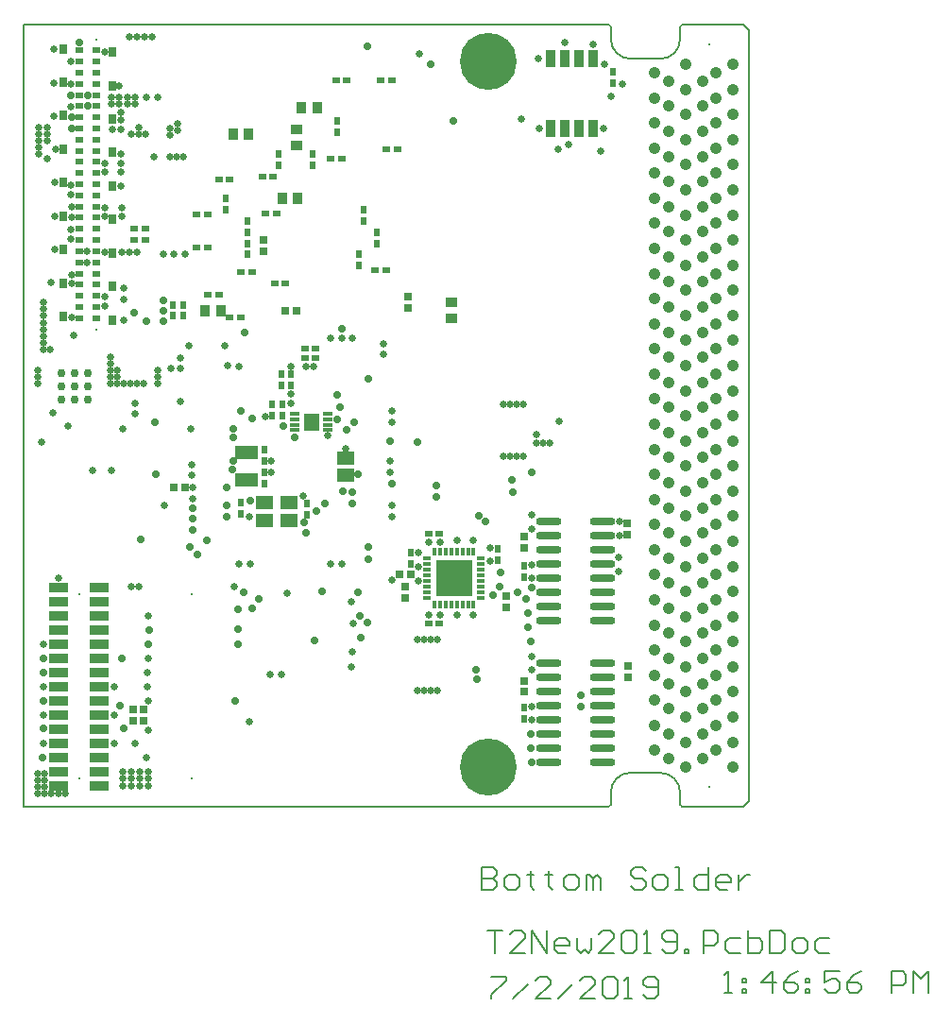
<source format=gbs>
G04*
G04 #@! TF.GenerationSoftware,Altium Limited,Altium Designer,18.1.11 (251)*
G04*
G04 Layer_Color=16711935*
%FSLAX44Y44*%
%MOMM*%
G71*
G01*
G75*
%ADD15C,0.1270*%
%ADD16C,0.1524*%
%ADD47R,0.7016X0.7016*%
%ADD48R,0.9016X1.6016*%
%ADD49O,2.3016X0.7016*%
%ADD50R,0.7016X0.7016*%
%ADD51R,0.7016X0.6016*%
%ADD56R,0.6016X0.7016*%
%ADD57R,0.9016X1.0016*%
%ADD66R,1.5016X1.2016*%
%ADD75C,0.2286*%
%ADD76C,0.3016*%
%ADD77C,1.0516*%
%ADD78C,5.1016*%
%ADD79C,0.6604*%
%ADD80C,0.7016*%
%ADD195R,0.3516X0.7016*%
%ADD196R,0.7016X0.3516*%
%ADD197R,3.2016X3.2016*%
%ADD198R,1.7780X0.8382*%
%ADD199R,0.8016X0.6016*%
%ADD200R,0.7516X0.9016*%
%ADD201R,1.5016X1.3016*%
%ADD202R,2.0016X1.2016*%
%ADD203R,1.0016X0.9016*%
%ADD204R,0.8516X0.4016*%
%ADD205R,1.4616X1.5616*%
%ADD206C,0.7616*%
D15*
X200000Y200000D02*
X724500D01*
D16*
X611000Y145994D02*
Y126000D01*
X620997D01*
X624329Y129332D01*
Y132664D01*
X620997Y135997D01*
X611000D01*
X620997D01*
X624329Y139329D01*
Y142661D01*
X620997Y145994D01*
X611000D01*
X634326Y126000D02*
X640990D01*
X644323Y129332D01*
Y135997D01*
X640990Y139329D01*
X634326D01*
X630994Y135997D01*
Y129332D01*
X634326Y126000D01*
X654319Y142661D02*
Y139329D01*
X650987D01*
X657652D01*
X654319D01*
Y129332D01*
X657652Y126000D01*
X670981Y142661D02*
Y139329D01*
X667648D01*
X674313D01*
X670981D01*
Y129332D01*
X674313Y126000D01*
X687642D02*
X694306D01*
X697639Y129332D01*
Y135997D01*
X694306Y139329D01*
X687642D01*
X684310Y135997D01*
Y129332D01*
X687642Y126000D01*
X704303D02*
Y139329D01*
X707635D01*
X710968Y135997D01*
Y126000D01*
Y135997D01*
X714300Y139329D01*
X717632Y135997D01*
Y126000D01*
X757619Y142661D02*
X754287Y145994D01*
X747623D01*
X744290Y142661D01*
Y139329D01*
X747623Y135997D01*
X754287D01*
X757619Y132664D01*
Y129332D01*
X754287Y126000D01*
X747623D01*
X744290Y129332D01*
X767616Y126000D02*
X774281D01*
X777613Y129332D01*
Y135997D01*
X774281Y139329D01*
X767616D01*
X764284Y135997D01*
Y129332D01*
X767616Y126000D01*
X784277D02*
X790942D01*
X787610D01*
Y145994D01*
X784277D01*
X814268D02*
Y126000D01*
X804271D01*
X800939Y129332D01*
Y135997D01*
X804271Y139329D01*
X814268D01*
X830929Y126000D02*
X824265D01*
X820932Y129332D01*
Y135997D01*
X824265Y139329D01*
X830929D01*
X834261Y135997D01*
Y132664D01*
X820932D01*
X840926Y139329D02*
Y126000D01*
Y132664D01*
X844258Y135997D01*
X847590Y139329D01*
X850923D01*
X790500Y901000D02*
G03*
X788500Y899000I0J-2000D01*
G01*
X726500D02*
G03*
X724500Y901000I-2000J0D01*
G01*
X726500Y888000D02*
G03*
X744000Y870500I17500J0D01*
G01*
X771000D02*
G03*
X788500Y888000I0J17500D01*
G01*
Y213000D02*
G03*
X771000Y230500I-17500J0D01*
G01*
X744000D02*
G03*
X726500Y213000I0J-17500D01*
G01*
X724500Y200000D02*
G03*
X726500Y202000I0J2000D01*
G01*
X788500D02*
G03*
X790500Y200000I2000J0D01*
G01*
X200000Y901000D02*
X724500D01*
X790500D02*
X845000D01*
X726500Y888000D02*
Y899000D01*
X788500Y888000D02*
Y899000D01*
X744000Y870500D02*
X771000D01*
X744000Y230500D02*
X771000D01*
X788500Y202000D02*
Y213000D01*
X726500Y202000D02*
Y213000D01*
X845000Y901000D02*
X850000Y896000D01*
Y205000D02*
Y896000D01*
X845000Y200000D02*
X850000Y205000D01*
X790500Y200000D02*
X845000D01*
X200000D02*
Y901000D01*
X616000Y88994D02*
X629329D01*
X622664D01*
Y69000D01*
X649323D02*
X635994D01*
X649323Y82329D01*
Y85661D01*
X645990Y88994D01*
X639326D01*
X635994Y85661D01*
X655987Y69000D02*
Y88994D01*
X669316Y69000D01*
Y88994D01*
X685977Y69000D02*
X679313D01*
X675981Y72332D01*
Y78997D01*
X679313Y82329D01*
X685977D01*
X689310Y78997D01*
Y75665D01*
X675981D01*
X695974Y82329D02*
Y72332D01*
X699306Y69000D01*
X702639Y72332D01*
X705971Y69000D01*
X709303Y72332D01*
Y82329D01*
X729297Y69000D02*
X715968D01*
X729297Y82329D01*
Y85661D01*
X725965Y88994D01*
X719300D01*
X715968Y85661D01*
X735961D02*
X739294Y88994D01*
X745958D01*
X749290Y85661D01*
Y72332D01*
X745958Y69000D01*
X739294D01*
X735961Y72332D01*
Y85661D01*
X755955Y69000D02*
X762619D01*
X759287D01*
Y88994D01*
X755955Y85661D01*
X772616Y72332D02*
X775948Y69000D01*
X782613D01*
X785945Y72332D01*
Y85661D01*
X782613Y88994D01*
X775948D01*
X772616Y85661D01*
Y82329D01*
X775948Y78997D01*
X785945D01*
X792610Y69000D02*
Y72332D01*
X795942D01*
Y69000D01*
X792610D01*
X809271D02*
Y88994D01*
X819268D01*
X822600Y85661D01*
Y78997D01*
X819268Y75665D01*
X809271D01*
X842594Y82329D02*
X832597D01*
X829265Y78997D01*
Y72332D01*
X832597Y69000D01*
X842594D01*
X849258Y88994D02*
Y69000D01*
X859255D01*
X862587Y72332D01*
Y75665D01*
Y78997D01*
X859255Y82329D01*
X849258D01*
X869252Y88994D02*
Y69000D01*
X879249D01*
X882581Y72332D01*
Y85661D01*
X879249Y88994D01*
X869252D01*
X892578Y69000D02*
X899242D01*
X902574Y72332D01*
Y78997D01*
X899242Y82329D01*
X892578D01*
X889245Y78997D01*
Y72332D01*
X892578Y69000D01*
X922568Y82329D02*
X912571D01*
X909239Y78997D01*
Y72332D01*
X912571Y69000D01*
X922568D01*
X619000Y47994D02*
X632329D01*
Y44661D01*
X619000Y31332D01*
Y28000D01*
X638994D02*
X652323Y41329D01*
X672316Y28000D02*
X658987D01*
X672316Y41329D01*
Y44661D01*
X668984Y47994D01*
X662319D01*
X658987Y44661D01*
X678981Y28000D02*
X692310Y41329D01*
X712303Y28000D02*
X698974D01*
X712303Y41329D01*
Y44661D01*
X708971Y47994D01*
X702307D01*
X698974Y44661D01*
X718968D02*
X722300Y47994D01*
X728965D01*
X732297Y44661D01*
Y31332D01*
X728965Y28000D01*
X722300D01*
X718968Y31332D01*
Y44661D01*
X738961Y28000D02*
X745626D01*
X742294D01*
Y47994D01*
X738961Y44661D01*
X755623Y31332D02*
X758955Y28000D01*
X765619D01*
X768952Y31332D01*
Y44661D01*
X765619Y47994D01*
X758955D01*
X755623Y44661D01*
Y41329D01*
X758955Y37997D01*
X768952D01*
X828000Y33000D02*
X834665D01*
X831332D01*
Y52994D01*
X828000Y49661D01*
X844661Y46329D02*
X847993D01*
Y42997D01*
X844661D01*
Y46329D01*
Y36332D02*
X847993D01*
Y33000D01*
X844661D01*
Y36332D01*
X871319Y33000D02*
Y52994D01*
X861323Y42997D01*
X874652D01*
X894645Y52994D02*
X887981Y49661D01*
X881316Y42997D01*
Y36332D01*
X884648Y33000D01*
X891313D01*
X894645Y36332D01*
Y39664D01*
X891313Y42997D01*
X881316D01*
X901310Y46329D02*
X904642D01*
Y42997D01*
X901310D01*
Y46329D01*
Y36332D02*
X904642D01*
Y33000D01*
X901310D01*
Y36332D01*
X931300Y52994D02*
X917971D01*
Y42997D01*
X924635Y46329D01*
X927968D01*
X931300Y42997D01*
Y36332D01*
X927968Y33000D01*
X921303D01*
X917971Y36332D01*
X951294Y52994D02*
X944629Y49661D01*
X937964Y42997D01*
Y36332D01*
X941297Y33000D01*
X947961D01*
X951294Y36332D01*
Y39664D01*
X947961Y42997D01*
X937964D01*
X977952Y33000D02*
Y52994D01*
X987948D01*
X991281Y49661D01*
Y42997D01*
X987948Y39664D01*
X977952D01*
X997945Y33000D02*
Y52994D01*
X1004610Y46329D01*
X1011274Y52994D01*
Y33000D01*
D47*
X445000Y645000D02*
D03*
X435000D02*
D03*
X308000Y287000D02*
D03*
X298000D02*
D03*
X308000Y277000D02*
D03*
X298000D02*
D03*
X345000Y486000D02*
D03*
X335000D02*
D03*
X537000Y408000D02*
D03*
X547000D02*
D03*
D48*
X672338Y870966D02*
D03*
X685038D02*
D03*
X697738D02*
D03*
X710438D02*
D03*
X672338Y807966D02*
D03*
X685038D02*
D03*
X697738D02*
D03*
X710438D02*
D03*
D49*
X719000Y455450D02*
D03*
Y442750D02*
D03*
Y430050D02*
D03*
Y417350D02*
D03*
Y404650D02*
D03*
Y391950D02*
D03*
Y379250D02*
D03*
Y366550D02*
D03*
X671000Y455450D02*
D03*
Y442750D02*
D03*
Y430050D02*
D03*
Y417350D02*
D03*
Y404650D02*
D03*
Y391950D02*
D03*
Y379250D02*
D03*
Y366550D02*
D03*
X719000Y328450D02*
D03*
Y315750D02*
D03*
Y303050D02*
D03*
Y290350D02*
D03*
Y277650D02*
D03*
Y264950D02*
D03*
Y252250D02*
D03*
Y239550D02*
D03*
X671000Y328450D02*
D03*
Y315750D02*
D03*
Y303050D02*
D03*
Y290350D02*
D03*
Y277650D02*
D03*
Y264950D02*
D03*
Y252250D02*
D03*
Y239550D02*
D03*
D50*
X633000Y389000D02*
D03*
Y379000D02*
D03*
X542000Y397000D02*
D03*
Y387000D02*
D03*
X415000Y698000D02*
D03*
Y708000D02*
D03*
X741000Y454000D02*
D03*
Y444000D02*
D03*
X649000Y303000D02*
D03*
Y313000D02*
D03*
Y442000D02*
D03*
Y432000D02*
D03*
X742000Y316000D02*
D03*
Y326000D02*
D03*
X545000Y657000D02*
D03*
Y647000D02*
D03*
D51*
X475000Y781000D02*
D03*
X485000D02*
D03*
X452000Y611000D02*
D03*
X462000D02*
D03*
X452000Y602000D02*
D03*
X462000D02*
D03*
X309000Y708000D02*
D03*
X299000D02*
D03*
X309000Y718000D02*
D03*
X299000D02*
D03*
X385000Y762000D02*
D03*
X375000D02*
D03*
X365000Y731000D02*
D03*
X355000D02*
D03*
X355000Y701000D02*
D03*
X365000D02*
D03*
X405000Y679000D02*
D03*
X395000D02*
D03*
X365000Y659000D02*
D03*
X375000D02*
D03*
X525000Y789000D02*
D03*
X535000D02*
D03*
X435000Y669000D02*
D03*
X425000D02*
D03*
X385000Y639000D02*
D03*
X395000D02*
D03*
X515000Y681000D02*
D03*
X525000D02*
D03*
X414000Y765000D02*
D03*
X424000D02*
D03*
X573000Y445000D02*
D03*
X563000D02*
D03*
X573000Y364000D02*
D03*
X563000D02*
D03*
X427000Y732000D02*
D03*
X417000D02*
D03*
X480000Y851000D02*
D03*
X490000D02*
D03*
X520000D02*
D03*
X530000D02*
D03*
D56*
X728472Y848440D02*
D03*
Y858440D02*
D03*
X432000Y561000D02*
D03*
Y551000D02*
D03*
X423000Y561000D02*
D03*
Y551000D02*
D03*
X416000Y500000D02*
D03*
Y490000D02*
D03*
X416000Y510000D02*
D03*
Y520000D02*
D03*
X431000Y578000D02*
D03*
Y588000D02*
D03*
X440000Y578000D02*
D03*
Y588000D02*
D03*
X453898Y472106D02*
D03*
Y462106D02*
D03*
X394970Y462360D02*
D03*
Y472360D02*
D03*
X334000Y650000D02*
D03*
Y640000D02*
D03*
X343000Y650000D02*
D03*
Y640000D02*
D03*
X649000Y279000D02*
D03*
Y289000D02*
D03*
Y406000D02*
D03*
Y416000D02*
D03*
X381000Y735000D02*
D03*
Y745000D02*
D03*
X401000Y705000D02*
D03*
Y695000D02*
D03*
X401000Y715000D02*
D03*
Y725000D02*
D03*
X429000Y785000D02*
D03*
Y775000D02*
D03*
X501000Y695000D02*
D03*
Y685000D02*
D03*
X459000Y785000D02*
D03*
Y775000D02*
D03*
X517000Y715000D02*
D03*
Y705000D02*
D03*
X505000Y725000D02*
D03*
Y735000D02*
D03*
X481000Y815000D02*
D03*
Y805000D02*
D03*
X547000Y418000D02*
D03*
Y428000D02*
D03*
X625000Y421000D02*
D03*
Y431000D02*
D03*
D57*
X432000Y745000D02*
D03*
X446000D02*
D03*
X402000Y803000D02*
D03*
X388000D02*
D03*
X463000Y827000D02*
D03*
X449000D02*
D03*
X377000Y645000D02*
D03*
X363000D02*
D03*
D66*
X489000Y512500D02*
D03*
Y497500D02*
D03*
D75*
X350680Y390350D02*
D03*
Y225350D02*
D03*
X249680Y390450D02*
D03*
Y225350D02*
D03*
D76*
X265000Y628000D02*
D03*
Y888000D02*
D03*
X814500Y883500D02*
D03*
Y217500D02*
D03*
D77*
X836000Y865500D02*
D03*
X821000Y858000D02*
D03*
X808500Y850500D02*
D03*
X836000Y843000D02*
D03*
X821000Y835500D02*
D03*
X808500Y828000D02*
D03*
X836000Y820500D02*
D03*
X821000Y813000D02*
D03*
X808500Y805500D02*
D03*
X836000Y798000D02*
D03*
X821000Y790500D02*
D03*
X808500Y783000D02*
D03*
X836000Y775500D02*
D03*
X821000Y768000D02*
D03*
X808500Y760500D02*
D03*
X836000Y753000D02*
D03*
X821000Y745500D02*
D03*
X808500Y738000D02*
D03*
X836000Y730500D02*
D03*
X821000Y723000D02*
D03*
X808500Y715500D02*
D03*
X836000Y708000D02*
D03*
X821000Y700500D02*
D03*
X808500Y693000D02*
D03*
X836000Y685500D02*
D03*
X821000Y678000D02*
D03*
X808500Y670500D02*
D03*
X836000Y663000D02*
D03*
X821000Y655500D02*
D03*
X808500Y648000D02*
D03*
X836000Y640500D02*
D03*
X821000Y633000D02*
D03*
X808500Y625500D02*
D03*
X836000Y618000D02*
D03*
X821000Y610500D02*
D03*
X808500Y603000D02*
D03*
X836000Y595500D02*
D03*
X821000Y588000D02*
D03*
X808500Y580500D02*
D03*
X836000Y573000D02*
D03*
X821000Y565500D02*
D03*
X808500Y558000D02*
D03*
X836000Y550500D02*
D03*
X821000Y543000D02*
D03*
X808500Y535500D02*
D03*
X836000Y528000D02*
D03*
X821000Y520500D02*
D03*
X808500Y513000D02*
D03*
X836000Y505500D02*
D03*
X821000Y498000D02*
D03*
X808500Y490500D02*
D03*
X836000Y483000D02*
D03*
X821000Y475500D02*
D03*
X808500Y468000D02*
D03*
X836000Y460500D02*
D03*
X821000Y453000D02*
D03*
X808500Y445500D02*
D03*
X836000Y438000D02*
D03*
X821000Y430500D02*
D03*
X808500Y423000D02*
D03*
X836000Y415500D02*
D03*
X821000Y408000D02*
D03*
X808500Y400500D02*
D03*
X836000Y393000D02*
D03*
X821000Y385500D02*
D03*
X808500Y378000D02*
D03*
X836000Y370500D02*
D03*
X821000Y363000D02*
D03*
X808500Y355500D02*
D03*
X836000Y348000D02*
D03*
X821000Y340500D02*
D03*
X808500Y333000D02*
D03*
X836000Y325500D02*
D03*
X821000Y318000D02*
D03*
X808500Y310500D02*
D03*
X836000Y303000D02*
D03*
X821000Y295500D02*
D03*
X808500Y288000D02*
D03*
X836000Y280500D02*
D03*
X821000Y273000D02*
D03*
X808500Y265500D02*
D03*
X836000Y258000D02*
D03*
X821000Y250500D02*
D03*
X808500Y243000D02*
D03*
X836000Y235500D02*
D03*
X793500D02*
D03*
X778500Y243000D02*
D03*
X766000Y250500D02*
D03*
X793500Y258000D02*
D03*
X778500Y265500D02*
D03*
X766000Y273000D02*
D03*
X793500Y280500D02*
D03*
X778500Y288000D02*
D03*
X766000Y295500D02*
D03*
X793500Y303000D02*
D03*
X778500Y310500D02*
D03*
X766000Y318000D02*
D03*
X793500Y325500D02*
D03*
X778500Y333000D02*
D03*
X766000Y340500D02*
D03*
X793500Y348000D02*
D03*
X778500Y355500D02*
D03*
X766000Y363000D02*
D03*
X793500Y370500D02*
D03*
X778500Y378000D02*
D03*
X766000Y385500D02*
D03*
X793500Y393000D02*
D03*
X778500Y400500D02*
D03*
X766000Y408000D02*
D03*
X793500Y415500D02*
D03*
X778500Y423000D02*
D03*
X766000Y430500D02*
D03*
X793500Y438000D02*
D03*
X778500Y445500D02*
D03*
X766000Y453000D02*
D03*
X793500Y460500D02*
D03*
X778500Y468000D02*
D03*
X766000Y475500D02*
D03*
X793500Y483000D02*
D03*
X778500Y490500D02*
D03*
X766000Y498000D02*
D03*
X793500Y505500D02*
D03*
X778500Y513000D02*
D03*
X766000Y520500D02*
D03*
X793500Y528000D02*
D03*
X778500Y535500D02*
D03*
X766000Y543000D02*
D03*
X793500Y550500D02*
D03*
X778500Y558000D02*
D03*
X766000Y565500D02*
D03*
X793500Y573000D02*
D03*
X778500Y580500D02*
D03*
X766000Y588000D02*
D03*
X793500Y595500D02*
D03*
X778500Y603000D02*
D03*
X766000Y610500D02*
D03*
X793500Y618000D02*
D03*
X778500Y625500D02*
D03*
X766000Y633000D02*
D03*
X793500Y640500D02*
D03*
X778500Y648000D02*
D03*
X766000Y655500D02*
D03*
X793500Y663000D02*
D03*
X778500Y670500D02*
D03*
X766000Y678000D02*
D03*
X793500Y685500D02*
D03*
X778500Y693000D02*
D03*
X766000Y700500D02*
D03*
X793500Y708000D02*
D03*
X778500Y715500D02*
D03*
X766000Y723000D02*
D03*
X793500Y730500D02*
D03*
X778500Y738000D02*
D03*
X766000Y745500D02*
D03*
X793500Y753000D02*
D03*
X778500Y760500D02*
D03*
X766000Y768000D02*
D03*
X793500Y775500D02*
D03*
X778500Y783000D02*
D03*
X766000Y790500D02*
D03*
X793500Y798000D02*
D03*
X778500Y805500D02*
D03*
X766000Y813000D02*
D03*
X793500Y820500D02*
D03*
X778500Y828000D02*
D03*
X766000Y835500D02*
D03*
X793500Y843000D02*
D03*
X778500Y850500D02*
D03*
X766000Y858000D02*
D03*
X793500Y865500D02*
D03*
D78*
X617000Y868000D02*
D03*
Y235500D02*
D03*
D79*
X736854Y848106D02*
D03*
X646684Y816864D02*
D03*
X726440Y837184D02*
D03*
X710438Y883412D02*
D03*
X685546Y885444D02*
D03*
X661924Y870966D02*
D03*
X688340Y793750D02*
D03*
X678942Y789000D02*
D03*
X717042Y787908D02*
D03*
X720344Y808228D02*
D03*
X662686D02*
D03*
X721106Y865632D02*
D03*
X389000Y397000D02*
D03*
X231000Y405000D02*
D03*
X297000Y397000D02*
D03*
X303000D02*
D03*
X495250Y364750D02*
D03*
X494750Y338750D02*
D03*
X340500Y602500D02*
D03*
X216000Y527000D02*
D03*
X493750Y325750D02*
D03*
X300000Y257000D02*
D03*
X436000Y391250D02*
D03*
X402500Y276000D02*
D03*
X493750Y384250D02*
D03*
X421000Y319000D02*
D03*
X431000D02*
D03*
X495000Y620000D02*
D03*
X485000D02*
D03*
X475000D02*
D03*
X523000Y615000D02*
D03*
Y606000D02*
D03*
X380500Y613500D02*
D03*
X656000Y278000D02*
D03*
Y290000D02*
D03*
Y323000D02*
D03*
Y335000D02*
D03*
Y405000D02*
D03*
Y417000D02*
D03*
X345000Y695000D02*
D03*
X335000D02*
D03*
X325000D02*
D03*
X256500Y688000D02*
D03*
X256750Y698000D02*
D03*
X243000Y639000D02*
D03*
Y669000D02*
D03*
Y677000D02*
D03*
X228000Y700000D02*
D03*
X242000Y709000D02*
D03*
Y717000D02*
D03*
X225000Y670000D02*
D03*
X555000Y875000D02*
D03*
X440000Y595000D02*
D03*
X460000D02*
D03*
X453000Y595000D02*
D03*
X439500Y570500D02*
D03*
Y561500D02*
D03*
X473000Y532500D02*
D03*
X383000Y595500D02*
D03*
X393000Y595000D02*
D03*
X417000Y550000D02*
D03*
X352000Y476000D02*
D03*
Y486000D02*
D03*
X351000Y507000D02*
D03*
Y497000D02*
D03*
X422000Y510000D02*
D03*
Y500000D02*
D03*
X326000Y470000D02*
D03*
X289000Y539000D02*
D03*
X402844Y460248D02*
D03*
X451000Y479000D02*
D03*
X485000Y418000D02*
D03*
X475000Y418000D02*
D03*
X489000Y521000D02*
D03*
X529000Y510000D02*
D03*
Y500000D02*
D03*
X530000Y555000D02*
D03*
Y545000D02*
D03*
Y470000D02*
D03*
Y460000D02*
D03*
X403000Y418000D02*
D03*
X393000Y418000D02*
D03*
X312000Y269000D02*
D03*
Y295000D02*
D03*
X311860Y333300D02*
D03*
X312000Y371000D02*
D03*
X310000Y244500D02*
D03*
X311500Y231500D02*
D03*
X304000D02*
D03*
X296500D02*
D03*
X289000D02*
D03*
X311500Y219000D02*
D03*
X304000D02*
D03*
X296500D02*
D03*
X289000D02*
D03*
X311500Y225250D02*
D03*
X304000D02*
D03*
X296500D02*
D03*
X289000D02*
D03*
X219000Y230000D02*
D03*
Y224000D02*
D03*
Y218000D02*
D03*
Y212000D02*
D03*
X237000D02*
D03*
X231000D02*
D03*
X225000D02*
D03*
X273000Y657000D02*
D03*
Y649000D02*
D03*
X290000Y665000D02*
D03*
Y655000D02*
D03*
Y636000D02*
D03*
X273000Y697000D02*
D03*
X288000D02*
D03*
X295000D02*
D03*
X302000D02*
D03*
X228000Y729000D02*
D03*
X273000Y737000D02*
D03*
Y729000D02*
D03*
X288000Y737000D02*
D03*
Y729000D02*
D03*
X273000Y777000D02*
D03*
Y769000D02*
D03*
X287000Y785000D02*
D03*
Y777000D02*
D03*
Y769000D02*
D03*
Y756000D02*
D03*
X229000Y789000D02*
D03*
X242000Y757000D02*
D03*
Y749000D02*
D03*
X228000Y760000D02*
D03*
X287000Y816000D02*
D03*
X286000Y846000D02*
D03*
X273000Y877000D02*
D03*
X227000Y879000D02*
D03*
X242000Y868000D02*
D03*
Y848000D02*
D03*
X227000Y849000D02*
D03*
Y819000D02*
D03*
X242500Y827750D02*
D03*
X243500Y738000D02*
D03*
Y728000D02*
D03*
X332000Y593000D02*
D03*
X341000Y593000D02*
D03*
X348500Y613500D02*
D03*
X350000Y539000D02*
D03*
X341000Y563000D02*
D03*
X262000Y501500D02*
D03*
X279000D02*
D03*
X309000Y803000D02*
D03*
X303000D02*
D03*
X297000D02*
D03*
X303000Y809000D02*
D03*
X310000Y836000D02*
D03*
X320000D02*
D03*
X331000Y808000D02*
D03*
X338000Y812000D02*
D03*
X331000Y783000D02*
D03*
X337000D02*
D03*
X343000D02*
D03*
X338000Y806000D02*
D03*
X331000Y802000D02*
D03*
X287000Y822000D02*
D03*
X317000Y783000D02*
D03*
X218000Y652000D02*
D03*
Y646000D02*
D03*
Y640000D02*
D03*
Y634000D02*
D03*
Y628000D02*
D03*
Y622000D02*
D03*
Y616000D02*
D03*
Y610000D02*
D03*
X224000D02*
D03*
X213000Y579000D02*
D03*
Y585000D02*
D03*
Y591000D02*
D03*
X245000Y623000D02*
D03*
X239500Y541250D02*
D03*
X278000Y603000D02*
D03*
Y597000D02*
D03*
Y591000D02*
D03*
Y585000D02*
D03*
Y579000D02*
D03*
X284000D02*
D03*
X290000D02*
D03*
X296000D02*
D03*
X302000D02*
D03*
X308000D02*
D03*
X320000D02*
D03*
Y585000D02*
D03*
Y591000D02*
D03*
X284000Y585000D02*
D03*
Y591000D02*
D03*
X300000Y552000D02*
D03*
Y562000D02*
D03*
X214000Y809000D02*
D03*
X221000D02*
D03*
Y803000D02*
D03*
X214000D02*
D03*
Y797000D02*
D03*
Y791000D02*
D03*
Y785000D02*
D03*
X221000Y781000D02*
D03*
Y797000D02*
D03*
X293000Y836000D02*
D03*
X300000D02*
D03*
X293000Y830000D02*
D03*
X300000D02*
D03*
X287000Y807000D02*
D03*
X280000D02*
D03*
X286000Y836000D02*
D03*
Y830000D02*
D03*
X279000Y836000D02*
D03*
Y830000D02*
D03*
X295000Y890000D02*
D03*
X301750D02*
D03*
X308500D02*
D03*
X315000D02*
D03*
X648000Y561000D02*
D03*
X642000D02*
D03*
X636000D02*
D03*
X630000D02*
D03*
X648000Y514000D02*
D03*
X642000D02*
D03*
X636000D02*
D03*
X630000D02*
D03*
X553000Y350000D02*
D03*
X559000D02*
D03*
X565000D02*
D03*
X571000D02*
D03*
X553000Y304000D02*
D03*
X559000D02*
D03*
X565000D02*
D03*
X571000D02*
D03*
X226250Y552750D02*
D03*
X218000Y346000D02*
D03*
Y308000D02*
D03*
X218100Y282500D02*
D03*
Y257100D02*
D03*
X281260Y282500D02*
D03*
Y307900D02*
D03*
Y257100D02*
D03*
X213000Y212000D02*
D03*
Y218000D02*
D03*
Y224000D02*
D03*
Y230000D02*
D03*
X311100Y307900D02*
D03*
X311000Y320500D02*
D03*
X680500Y545500D02*
D03*
X660000Y526000D02*
D03*
X672000D02*
D03*
X660000Y534000D02*
D03*
X666000Y526000D02*
D03*
X554000Y428000D02*
D03*
Y415000D02*
D03*
Y402500D02*
D03*
X530000Y403000D02*
D03*
X588500Y438500D02*
D03*
X603500D02*
D03*
X563000Y437000D02*
D03*
X573500Y437500D02*
D03*
X618500Y432000D02*
D03*
Y420000D02*
D03*
X603500Y372000D02*
D03*
X588500D02*
D03*
X573500D02*
D03*
X563500D02*
D03*
X656000Y449000D02*
D03*
Y461500D02*
D03*
X734500Y455450D02*
D03*
X734000Y442750D02*
D03*
X733500Y423500D02*
D03*
Y410500D02*
D03*
D80*
X453136Y446024D02*
D03*
X451866Y454914D02*
D03*
X411000Y386000D02*
D03*
X481000Y569000D02*
D03*
X486000Y483000D02*
D03*
X312300Y358700D02*
D03*
X312000Y346000D02*
D03*
X397510Y392430D02*
D03*
X242000Y838000D02*
D03*
X508000Y365000D02*
D03*
X258000Y838000D02*
D03*
Y828000D02*
D03*
X405250Y377750D02*
D03*
X305000Y440000D02*
D03*
X317999Y544999D02*
D03*
X502000Y352000D02*
D03*
X500000Y392000D02*
D03*
X392000Y346000D02*
D03*
Y359000D02*
D03*
Y377000D02*
D03*
X470000Y472000D02*
D03*
X553000Y527000D02*
D03*
X288000Y333000D02*
D03*
X462500Y465250D02*
D03*
X565000Y866000D02*
D03*
X585000Y815000D02*
D03*
X495000Y482000D02*
D03*
X495000Y472000D02*
D03*
X508750Y432750D02*
D03*
X530000Y490000D02*
D03*
X570000Y478000D02*
D03*
Y488000D02*
D03*
X496000Y545000D02*
D03*
X490000Y538000D02*
D03*
X508000Y882000D02*
D03*
X352000Y448000D02*
D03*
X382000Y460000D02*
D03*
Y470000D02*
D03*
X352000Y458000D02*
D03*
Y468000D02*
D03*
X382000Y486000D02*
D03*
X405000Y548000D02*
D03*
X395000Y555000D02*
D03*
X655050Y264950D02*
D03*
X654750Y252250D02*
D03*
X655450Y239550D02*
D03*
X243000Y818000D02*
D03*
X243000Y808000D02*
D03*
X433250Y541000D02*
D03*
X443000Y531500D02*
D03*
X481000Y547500D02*
D03*
X387000Y502000D02*
D03*
X388000Y510000D02*
D03*
X403000Y474000D02*
D03*
X500000Y498000D02*
D03*
X250000Y885000D02*
D03*
X299000Y642750D02*
D03*
X290000Y270000D02*
D03*
X286447Y290553D02*
D03*
X398000Y625000D02*
D03*
X325000Y635000D02*
D03*
X218000Y270000D02*
D03*
X325000Y645000D02*
D03*
Y654000D02*
D03*
X310000Y635000D02*
D03*
X484000Y558000D02*
D03*
X388000Y531000D02*
D03*
Y539000D02*
D03*
X319000Y498000D02*
D03*
X349000Y433000D02*
D03*
X356000Y426000D02*
D03*
X364000Y439000D02*
D03*
X390000Y295200D02*
D03*
X218000Y333300D02*
D03*
Y320600D02*
D03*
Y295200D02*
D03*
X217400Y244400D02*
D03*
X501750Y371250D02*
D03*
X468000Y393000D02*
D03*
X461000Y349000D02*
D03*
X509500Y583500D02*
D03*
X529000Y528000D02*
D03*
X509000Y422000D02*
D03*
X608500Y461000D02*
D03*
X614000Y455500D02*
D03*
X606000Y322500D02*
D03*
X606500Y314500D02*
D03*
X621000Y389500D02*
D03*
X627000Y397500D02*
D03*
X700000Y289500D02*
D03*
Y300000D02*
D03*
X627500Y410000D02*
D03*
X654450Y348050D02*
D03*
X652250Y360750D02*
D03*
X652550Y373450D02*
D03*
X642500Y392000D02*
D03*
X650500Y386000D02*
D03*
X655500Y396500D02*
D03*
X639000Y482000D02*
D03*
X637500Y493000D02*
D03*
X655550Y499450D02*
D03*
X485000Y628500D02*
D03*
D195*
X568500Y429000D02*
D03*
X573500D02*
D03*
X578500D02*
D03*
X583500D02*
D03*
X588500D02*
D03*
X593500D02*
D03*
X598500D02*
D03*
X603500D02*
D03*
Y381000D02*
D03*
X598500D02*
D03*
X593500D02*
D03*
X588500D02*
D03*
X583500D02*
D03*
X578500D02*
D03*
X573500D02*
D03*
X568500D02*
D03*
D196*
X610000Y422500D02*
D03*
Y417500D02*
D03*
Y412500D02*
D03*
Y407500D02*
D03*
Y402500D02*
D03*
Y397500D02*
D03*
Y392500D02*
D03*
Y387500D02*
D03*
X562000D02*
D03*
Y392500D02*
D03*
Y397500D02*
D03*
Y402500D02*
D03*
Y407500D02*
D03*
Y412500D02*
D03*
Y417500D02*
D03*
Y422500D02*
D03*
D197*
X586000Y405000D02*
D03*
D198*
X231265Y307900D02*
D03*
Y384100D02*
D03*
X268095D02*
D03*
X231265Y371400D02*
D03*
X268095D02*
D03*
X231265Y358700D02*
D03*
X268095D02*
D03*
X231265Y346000D02*
D03*
X268095D02*
D03*
X231265Y333300D02*
D03*
X268095D02*
D03*
X231265Y320600D02*
D03*
X268095D02*
D03*
Y307900D02*
D03*
X231265Y219000D02*
D03*
Y295200D02*
D03*
X268095D02*
D03*
X231265Y282500D02*
D03*
X268095D02*
D03*
X231265Y269800D02*
D03*
X268095D02*
D03*
X231265Y257100D02*
D03*
X268095D02*
D03*
X231265Y244400D02*
D03*
X268095D02*
D03*
X231265Y231700D02*
D03*
X268095D02*
D03*
Y219000D02*
D03*
Y396800D02*
D03*
X231265D02*
D03*
D199*
X265000Y638000D02*
D03*
X250000D02*
D03*
X265000Y648000D02*
D03*
X250000D02*
D03*
X265000Y658000D02*
D03*
X250000D02*
D03*
X265000Y668000D02*
D03*
X250000D02*
D03*
X265000Y678000D02*
D03*
X250000D02*
D03*
X265000Y688000D02*
D03*
X250000D02*
D03*
X265000Y698000D02*
D03*
X250000D02*
D03*
X265000Y708000D02*
D03*
X250000D02*
D03*
X265000Y718000D02*
D03*
X250000D02*
D03*
X265000Y728000D02*
D03*
X250000D02*
D03*
X265000Y738000D02*
D03*
X250000D02*
D03*
X265000Y748000D02*
D03*
X250000D02*
D03*
X265000Y758000D02*
D03*
X250000D02*
D03*
X265000Y768000D02*
D03*
X250000D02*
D03*
X265000Y778000D02*
D03*
X250000D02*
D03*
X265000Y788000D02*
D03*
X250000D02*
D03*
X265000Y798000D02*
D03*
X250000D02*
D03*
X265000Y808000D02*
D03*
X250000D02*
D03*
X265000Y818000D02*
D03*
X250000D02*
D03*
X265000Y828000D02*
D03*
X250000D02*
D03*
X265000Y838000D02*
D03*
X250000D02*
D03*
X265000Y848000D02*
D03*
X250000D02*
D03*
X265000Y858000D02*
D03*
X250000D02*
D03*
X265000Y868000D02*
D03*
X250000D02*
D03*
X265000Y878000D02*
D03*
X250000D02*
D03*
D200*
X279755Y696500D02*
D03*
Y726500D02*
D03*
Y756500D02*
D03*
Y786500D02*
D03*
Y816500D02*
D03*
Y846500D02*
D03*
Y876500D02*
D03*
Y666500D02*
D03*
Y636500D02*
D03*
X235250Y699500D02*
D03*
Y729500D02*
D03*
Y759500D02*
D03*
Y789500D02*
D03*
Y819500D02*
D03*
Y849500D02*
D03*
Y879500D02*
D03*
Y669500D02*
D03*
Y639500D02*
D03*
D201*
X416000Y473000D02*
D03*
X438000D02*
D03*
Y457000D02*
D03*
X416000D02*
D03*
D202*
X400000Y493000D02*
D03*
Y518000D02*
D03*
D203*
X584000Y652000D02*
D03*
Y638000D02*
D03*
X445000Y793000D02*
D03*
Y807000D02*
D03*
D204*
X473000Y552500D02*
D03*
Y547500D02*
D03*
Y542500D02*
D03*
Y537500D02*
D03*
X443000D02*
D03*
Y542500D02*
D03*
Y547500D02*
D03*
Y552500D02*
D03*
D205*
X458000Y545000D02*
D03*
D206*
X574000Y417000D02*
D03*
Y405000D02*
D03*
Y393000D02*
D03*
X586000Y417000D02*
D03*
Y405000D02*
D03*
Y393000D02*
D03*
X598000Y417000D02*
D03*
Y405000D02*
D03*
Y393000D02*
D03*
X258000Y589000D02*
D03*
Y577000D02*
D03*
Y565000D02*
D03*
X246000Y589000D02*
D03*
Y577000D02*
D03*
Y565000D02*
D03*
X234000Y589000D02*
D03*
Y577000D02*
D03*
Y565000D02*
D03*
M02*

</source>
